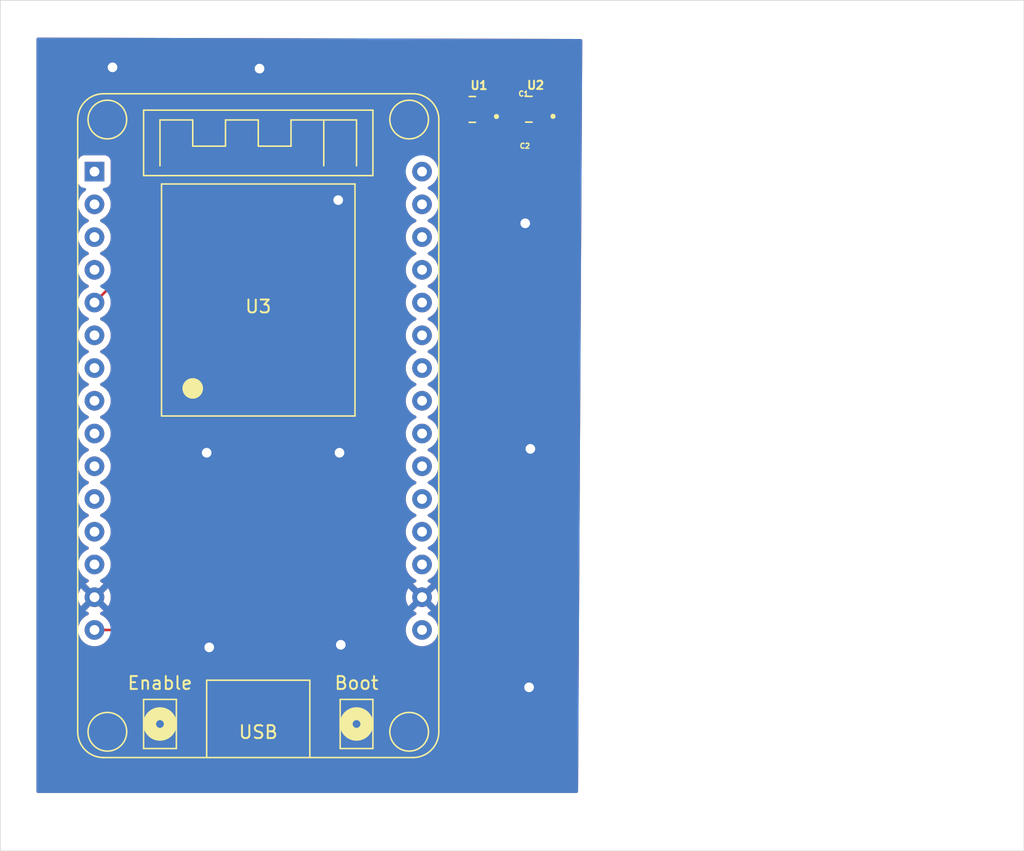
<source format=kicad_pcb>
(kicad_pcb (version 20241229) (generator "pcbnew") (generator_version "9.0")
  (layers (0 "F.Cu" signal) (2 "B.Cu" signal) (13 "F.Paste" user) (15 "B.Paste" user) (5 "F.SilkS" user "F.Silkscreen") (7 "B.SilkS" user "B.Silkscreen") (1 "F.Mask" user) (3 "B.Mask" user) (25 "Edge.Cuts" user))
  (net 0 "")
  (net 1 "Net-(U1-VDD)")
  (net 2 "GND")
  (net 3 "Net-(U1-DI)")
  (net 4 "Net-(U1-DO)")
  (footprint "esp32_kicad_mod:esp32_devkit_v1_doit" (layer "F.Cu") (at 167.5 66.29)
    (property "Reference" "U3" (at 0 10.47 0) (layer "F.SilkS"))
    (property "Value" "ESP32_DevKit_V1_DOIT")
    (fp_line (start -14 -4.04) (end -14 43.46) (stroke (width 0.12)) (layer "F.SilkS"))
    (fp_line (start -12 -6.04) (end 12 -6.04) (stroke (width 0.12)) (layer "F.SilkS"))
    (fp_line (start -12 45.46) (end 12 45.46) (stroke (width 0.12)) (layer "F.SilkS"))
    (fp_line (start -8.89 -4.77) (end 8.89 -4.77) (stroke (width 0.12)) (layer "F.SilkS"))
    (fp_line (start -8.89 0.31) (end -8.89 -4.77) (stroke (width 0.12)) (layer "F.SilkS"))
    (fp_line (start -8.89 40.95) (end -6.35 40.95) (stroke (width 0.12)) (layer "F.SilkS"))
    (fp_line (start -8.89 44.76) (end -8.89 40.95) (stroke (width 0.12)) (layer "F.SilkS"))
    (fp_line (start -7.62 -4.008) (end -5.08 -4.008) (stroke (width 0.12)) (layer "F.SilkS"))
    (fp_line (start -7.62 -0.452) (end -7.62 -4.008) (stroke (width 0.12)) (layer "F.SilkS"))
    (fp_line (start -7.5 0.96) (end 7.5 0.96) (stroke (width 0.12)) (layer "F.SilkS"))
    (fp_line (start -7.5 18.96) (end -7.5 0.96) (stroke (width 0.12)) (layer "F.SilkS"))
    (fp_line (start -6.35 40.95) (end -6.35 44.76) (stroke (width 0.12)) (layer "F.SilkS"))
    (fp_line (start -6.35 44.76) (end -8.89 44.76) (stroke (width 0.12)) (layer "F.SilkS"))
    (fp_line (start -5.08 -4.008) (end -5.08 -1.976) (stroke (width 0.12)) (layer "F.SilkS"))
    (fp_line (start -5.08 -1.976) (end -2.54 -1.976) (stroke (width 0.12)) (layer "F.SilkS"))
    (fp_line (start -4 39.46) (end -4 45.46) (stroke (width 0.12)) (layer "F.SilkS"))
    (fp_line (start -4 39.46) (end 4 39.46) (stroke (width 0.12)) (layer "F.SilkS"))
    (fp_line (start -2.54 -4.008) (end 0 -4.008) (stroke (width 0.12)) (layer "F.SilkS"))
    (fp_line (start -2.54 -1.976) (end -2.54 -4.008) (stroke (width 0.12)) (layer "F.SilkS"))
    (fp_line (start 0 -4.008) (end 0 -1.976) (stroke (width 0.12)) (layer "F.SilkS"))
    (fp_line (start 0 -1.976) (end 2.54 -1.976) (stroke (width 0.12)) (layer "F.SilkS"))
    (fp_line (start 2.54 -4.008) (end 7.62 -4.008) (stroke (width 0.12)) (layer "F.SilkS"))
    (fp_line (start 2.54 -1.976) (end 2.54 -4.008) (stroke (width 0.12)) (layer "F.SilkS"))
    (fp_line (start 4 39.46) (end 4 45.46) (stroke (width 0.12)) (layer "F.SilkS"))
    (fp_line (start 5.08 -4.008) (end 5.08 -0.452) (stroke (width 0.12)) (layer "F.SilkS"))
    (fp_line (start 6.35 40.95) (end 8.89 40.95) (stroke (width 0.12)) (layer "F.SilkS"))
    (fp_line (start 6.35 44.76) (end 6.35 40.95) (stroke (width 0.12)) (layer "F.SilkS"))
    (fp_line (start 7.5 0.96) (end 7.5 18.96) (stroke (width 0.12)) (layer "F.SilkS"))
    (fp_line (start 7.5 18.96) (end -7.5 18.96) (stroke (width 0.12)) (layer "F.SilkS"))
    (fp_line (start 7.62 -4.008) (end 7.62 -0.452) (stroke (width 0.12)) (layer "F.SilkS"))
    (fp_line (start 8.89 -4.77) (end 8.89 0.31) (stroke (width 0.12)) (layer "F.SilkS"))
    (fp_line (start 8.89 0.31) (end -8.89 0.31) (stroke (width 0.12)) (layer "F.SilkS"))
    (fp_line (start 8.89 40.95) (end 8.89 44.76) (stroke (width 0.12)) (layer "F.SilkS"))
    (fp_line (start 8.89 44.76) (end 6.35 44.76) (stroke (width 0.12)) (layer "F.SilkS"))
    (fp_line (start 14 43.46) (end 14 -4.04) (stroke (width 0.12)) (layer "F.SilkS"))
    (fp_arc (start -14 -4.04) (mid -13.414214 -5.454214) (end -12 -6.04) (stroke (width 0.12)) (layer "F.SilkS"))
    (fp_arc (start -12 45.46) (mid -13.414214 44.874214) (end -14 43.46) (stroke (width 0.12)) (layer "F.SilkS"))
    (fp_arc (start 12 -6.04) (mid 13.414214 -5.454214) (end 14 -4.04) (stroke (width 0.12)) (layer "F.SilkS"))
    (fp_arc (start 14 43.46) (mid 13.414214 44.874214) (end 12 45.46) (stroke (width 0.12)) (layer "F.SilkS"))
    (fp_circle (center -11.7 -4.04) (end -10.2 -4.04) (stroke (width 0.12)) (fill no) (layer "F.SilkS"))
    (fp_circle (center -11.7 43.46) (end -10.2 43.46) (stroke (width 0.12)) (fill no) (layer "F.SilkS"))
    (fp_circle (center -7.62 42.855) (end -7.32 42.855) (stroke (width 1)) (fill no) (layer "F.SilkS"))
    (fp_circle (center -5.08 16.82) (end -4.68 16.82) (stroke (width 0.8)) (fill no) (layer "F.SilkS"))
    (fp_circle (center 7.62 42.855) (end 7.92 42.855) (stroke (width 1)) (fill no) (layer "F.SilkS"))
    (fp_circle (center 11.7 -4.04) (end 13.2 -4.04) (stroke (width 0.12)) (fill no) (layer "F.SilkS"))
    (fp_circle (center 11.7 43.46) (end 13.2 43.46) (stroke (width 0.12)) (fill no) (layer "F.SilkS"))
    (fp_text user "Enable" (at -7.62 39.68 0) (layer "F.SilkS"))
    (fp_text user "USB" (at 0 43.49 0) (layer "F.SilkS"))
    (fp_text user "Boot" (at 7.62 39.68 0) (layer "F.SilkS"))
    (pad "1" thru_hole rect (at -12.7 0) (size 1.524 1.524) (drill 0.762) (layers "*.Cu" "*.Mask"))
    (pad "2" thru_hole circle (at -12.7 2.54) (size 1.524 1.524) (drill 0.762) (layers "*.Cu" "*.Mask"))
    (pad "3" thru_hole circle (at -12.7 5.08) (size 1.524 1.524) (drill 0.762) (layers "*.Cu" "*.Mask"))
    (pad "4" thru_hole circle (at -12.7 7.62) (size 1.524 1.524) (drill 0.762) (layers "*.Cu" "*.Mask"))
    (pad "5" thru_hole circle (at -12.7 10.16) (size 1.524 1.524) (drill 0.762) (layers "*.Cu" "*.Mask") (net 3 "Net-(U1-DI)"))
    (pad "6" thru_hole circle (at -12.7 12.7) (size 1.524 1.524) (drill 0.762) (layers "*.Cu" "*.Mask"))
    (pad "7" thru_hole circle (at -12.7 15.24) (size 1.524 1.524) (drill 0.762) (layers "*.Cu" "*.Mask"))
    (pad "8" thru_hole circle (at -12.7 17.78) (size 1.524 1.524) (drill 0.762) (layers "*.Cu" "*.Mask"))
    (pad "9" thru_hole circle (at -12.7 20.32) (size 1.524 1.524) (drill 0.762) (layers "*.Cu" "*.Mask"))
    (pad "10" thru_hole circle (at -12.7 22.86) (size 1.524 1.524) (drill 0.762) (layers "*.Cu" "*.Mask"))
    (pad "11" thru_hole circle (at -12.7 25.4) (size 1.524 1.524) (drill 0.762) (layers "*.Cu" "*.Mask"))
    (pad "12" thru_hole circle (at -12.7 27.94) (size 1.524 1.524) (drill 0.762) (layers "*.Cu" "*.Mask"))
    (pad "13" thru_hole circle (at -12.7 30.48) (size 1.524 1.524) (drill 0.762) (layers "*.Cu" "*.Mask"))
    (pad "14" thru_hole circle (at -12.7 33.02) (size 1.524 1.524) (drill 0.762) (layers "*.Cu" "*.Mask") (net 2 "GND"))
    (pad "15" thru_hole circle (at -12.7 35.56) (size 1.524 1.524) (drill 0.762) (layers "*.Cu" "*.Mask") (net 1 "Net-(U1-VDD)"))
    (pad "16" thru_hole circle (at 12.7 35.56) (size 1.524 1.524) (drill 0.762) (layers "*.Cu" "*.Mask"))
    (pad "17" thru_hole circle (at 12.7 33.02) (size 1.524 1.524) (drill 0.762) (layers "*.Cu" "*.Mask") (net 2 "GND"))
    (pad "18" thru_hole circle (at 12.7 30.48) (size 1.524 1.524) (drill 0.762) (layers "*.Cu" "*.Mask"))
    (pad "19" thru_hole circle (at 12.7 27.94) (size 1.524 1.524) (drill 0.762) (layers "*.Cu" "*.Mask"))
    (pad "20" thru_hole circle (at 12.7 25.4) (size 1.524 1.524) (drill 0.762) (layers "*.Cu" "*.Mask"))
    (pad "21" thru_hole circle (at 12.7 22.86) (size 1.524 1.524) (drill 0.762) (layers "*.Cu" "*.Mask"))
    (pad "22" thru_hole circle (at 12.7 20.32) (size 1.524 1.524) (drill 0.762) (layers "*.Cu" "*.Mask"))
    (pad "23" thru_hole circle (at 12.7 17.78) (size 1.524 1.524) (drill 0.762) (layers "*.Cu" "*.Mask"))
    (pad "24" thru_hole circle (at 12.7 15.24) (size 1.524 1.524) (drill 0.762) (layers "*.Cu" "*.Mask"))
    (pad "25" thru_hole circle (at 12.7 12.7) (size 1.524 1.524) (drill 0.762) (layers "*.Cu" "*.Mask"))
    (pad "26" thru_hole circle (at 12.7 10.16) (size 1.524 1.524) (drill 0.762) (layers "*.Cu" "*.Mask"))
    (pad "27" thru_hole circle (at 12.7 7.62) (size 1.524 1.524) (drill 0.762) (layers "*.Cu" "*.Mask"))
    (pad "28" thru_hole circle (at 12.7 5.08) (size 1.524 1.524) (drill 0.762) (layers "*.Cu" "*.Mask"))
    (pad "29" thru_hole circle (at 12.7 2.54) (size 1.524 1.524) (drill 0.762) (layers "*.Cu" "*.Mask"))
    (pad "30" thru_hole circle (at 12.7 0) (size 1.524 1.524) (drill 0.762) (layers "*.Cu" "*.Mask"))
  )
  (footprint "0402YA470JAT2A:CAPC1005X56N" (layer "F.Cu") (at 188.465 63.4 180)
    (property "Reference" "C2" (at 0.29 -0.9 0) (layer "F.SilkS") (effects (font (size 0.393701 0.393701))))
    (property "Value" "0402YA470JAT2A")
    (pad "1" smd rect (at -0.42 0 180) (size 0.59 0.63) (layers "F.Cu" "F.Mask" "F.Paste") (net 2 "GND"))
    (pad "2" smd rect (at 0.42 0 180) (size 0.59 0.63) (layers "F.Cu" "F.Mask" "F.Paste") (net 1 "Net-(U1-VDD)"))
  )
  (footprint "0402YA470JAT2A:CAPC1005X56N" (layer "F.Cu") (at 183.98 63.4 180)
    (property "Reference" "C1" (at -4.095 3.15 0) (layer "F.SilkS") (effects (font (size 0.393701 0.393701))))
    (property "Value" "0402YA470JAT2A")
    (pad "1" smd rect (at -0.42 0 180) (size 0.59 0.63) (layers "F.Cu" "F.Mask" "F.Paste") (net 2 "GND"))
    (pad "2" smd rect (at 0.42 0 180) (size 0.59 0.63) (layers "F.Cu" "F.Mask" "F.Paste") (net 1 "Net-(U1-VDD)"))
  )
  (footprint "WS2812-2020:LED_WS2812-2020" (layer "F.Cu") (at 188.485 61.45)
    (property "Reference" "U2" (at 0.517 -1.86247 0) (layer "F.SilkS") (effects (font (size 0.64 0.64))))
    (property "Value" "WS2812-2020")
    (fp_line (start 0.245 -1) (end -0.245 -1) (stroke (width 0.127)) (layer "F.SilkS"))
    (fp_line (start 0.245 1) (end -0.245 1) (stroke (width 0.127)) (layer "F.SilkS"))
    (fp_circle (center 1.87 0.55) (end 1.97 0.55) (stroke (width 0.2)) (fill no) (layer "F.SilkS"))
    (pad "1" smd rect (at 0.915 0.55) (size 0.7 0.7) (layers "F.Cu" "F.Mask" "F.Paste"))
    (pad "2" smd rect (at 0.915 -0.55) (size 0.7 0.7) (layers "F.Cu" "F.Mask" "F.Paste") (net 2 "GND"))
    (pad "3" smd rect (at -0.915 -0.55) (size 0.7 0.7) (layers "F.Cu" "F.Mask" "F.Paste") (net 4 "Net-(U1-DO)"))
    (pad "4" smd rect (at -0.915 0.55) (size 0.7 0.7) (layers "F.Cu" "F.Mask" "F.Paste") (net 1 "Net-(U1-VDD)"))
  )
  (footprint "WS2812-2020:LED_WS2812-2020" (layer "F.Cu") (at 184.1 61.465)
    (property "Reference" "U1" (at 0.517 -1.86247 0) (layer "F.SilkS") (effects (font (size 0.64 0.64))))
    (property "Value" "WS2812-2020")
    (fp_line (start 0.245 -1) (end -0.245 -1) (stroke (width 0.127)) (layer "F.SilkS"))
    (fp_line (start 0.245 1) (end -0.245 1) (stroke (width 0.127)) (layer "F.SilkS"))
    (fp_circle (center 1.87 0.55) (end 1.97 0.55) (stroke (width 0.2)) (fill no) (layer "F.SilkS"))
    (pad "1" smd rect (at 0.915 0.55) (size 0.7 0.7) (layers "F.Cu" "F.Mask" "F.Paste") (net 4 "Net-(U1-DO)"))
    (pad "2" smd rect (at 0.915 -0.55) (size 0.7 0.7) (layers "F.Cu" "F.Mask" "F.Paste") (net 2 "GND"))
    (pad "3" smd rect (at -0.915 -0.55) (size 0.7 0.7) (layers "F.Cu" "F.Mask" "F.Paste") (net 3 "Net-(U1-DI)"))
    (pad "4" smd rect (at -0.915 0.55) (size 0.7 0.7) (layers "F.Cu" "F.Mask" "F.Paste") (net 1 "Net-(U1-VDD)"))
  )
  (gr_rect (start 147.5 53) (end 226.875 119) (stroke (width 0.05)) (fill no) (layer "Edge.Cuts"))
  (segment (start 185.6 64.2) (end 184 64.2) (width 0.2) (layer "F.Cu") (net 1))
  (segment (start 187.245 64.2) (end 185.6 64.2) (width 0.2) (layer "F.Cu") (net 1))
  (segment (start 183.845 64.2) (end 183.56 63.915) (width 0.2) (layer "F.Cu") (net 1))
  (segment (start 184 64.2) (end 180.1 64.2) (width 0.2) (layer "F.Cu") (net 1))
  (segment (start 176.3 82.9) (end 157.35 101.85) (width 0.2) (layer "F.Cu") (net 1))
  (segment (start 183.56 63.915) (end 183.56 63.4) (width 0.2) (layer "F.Cu") (net 1))
  (segment (start 188.045 62.475) (end 187.57 62) (width 0.2) (layer "F.Cu") (net 1))
  (segment (start 176.3 68) (end 176.3 82.9) (width 0.2) (layer "F.Cu") (net 1))
  (segment (start 180.1 64.2) (end 176.3 68) (width 0.2) (layer "F.Cu") (net 1))
  (segment (start 188.045 63.4) (end 188.045 62.475) (width 0.2) (layer "F.Cu") (net 1))
  (segment (start 183.58 63.5) (end 183.58 62.41) (width 0.2) (layer "F.Cu") (net 1))
  (segment (start 188.045 63.4) (end 187.245 64.2) (width 0.2) (layer "F.Cu") (net 1))
  (segment (start 183.58 62.41) (end 183.185 62.015) (width 0.2) (layer "F.Cu") (net 1))
  (segment (start 184 64.2) (end 183.845 64.2) (width 0.2) (layer "F.Cu") (net 1))
  (segment (start 157.35 101.85) (end 154.8 101.85) (width 0.2) (layer "F.Cu") (net 1))
  (segment (start 184.176 62.884) (end 184.1 62.884) (width 0.2) (layer "F.Cu") (net 2))
  (segment (start 184.42 63.5) (end 184.176 63.256) (width 0.2) (layer "F.Cu") (net 2))
  (segment (start 184.176 63.256) (end 184.176 62.884) (width 0.2) (layer "F.Cu") (net 2))
  (segment (start 188.885 63.4) (end 188.641 63.156) (width 0.2) (layer "F.Cu") (net 2))
  (segment (start 188.641 62.784) (end 188.6 62.784) (width 0.2) (layer "F.Cu") (net 2))
  (segment (start 184.465 60.915) (end 185.015 60.915) (width 0.2) (layer "F.Cu") (net 2))
  (segment (start 184.1 61.28) (end 184.465 60.915) (width 0.2) (layer "F.Cu") (net 2))
  (segment (start 188.6 62.784) (end 188.6 61.2) (width 0.2) (layer "F.Cu") (net 2))
  (segment (start 184.1 62.884) (end 184.1 61.28) (width 0.2) (layer "F.Cu") (net 2))
  (segment (start 188.9 60.9) (end 189.4 60.9) (width 0.2) (layer "F.Cu") (net 2))
  (segment (start 188.641 63.156) (end 188.641 62.784) (width 0.2) (layer "F.Cu") (net 2))
  (segment (start 188.6 61.2) (end 188.9 60.9) (width 0.2) (layer "F.Cu") (net 2))
  (via (at 167.6 58.3) (size 1.5) (drill 0.75) (layers "F.Cu" "B.Cu") (net 2))
  (via (at 188.5 106.3) (size 1.5) (drill 0.75) (layers "F.Cu" "B.Cu") (net 2))
  (via (at 188.2 70.3) (size 1.5) (drill 0.75) (layers "F.Cu" "B.Cu") (net 2))
  (via (at 173.8 88.1) (size 1.5) (drill 0.75) (layers "F.Cu" "B.Cu") (net 2))
  (via (at 173.9 103) (size 1.5) (drill 0.75) (layers "F.Cu" "B.Cu") (net 2))
  (via (at 163.5 88.1) (size 1.5) (drill 0.75) (layers "F.Cu" "B.Cu") (net 2))
  (via (at 188.6 87.8) (size 1.5) (drill 0.75) (layers "F.Cu" "B.Cu") (net 2))
  (via (at 156.2 58.2) (size 1.5) (drill 0.75) (layers "F.Cu" "B.Cu") (net 2))
  (via (at 173.7 68.5) (size 1.5) (drill 0.75) (layers "F.Cu" "B.Cu") (net 2))
  (via (at 163.7 103.2) (size 1.5) (drill 0.75) (layers "F.Cu" "B.Cu") (net 2))
  (segment (start 171.65 59.6) (end 181.87 59.6) (width 0.2) (layer "F.Cu") (net 3))
  (segment (start 181.87 59.6) (end 183.185 60.915) (width 0.2) (layer "F.Cu") (net 3))
  (segment (start 154.8 76.45) (end 171.65 59.6) (width 0.2) (layer "F.Cu") (net 3))
  (segment (start 187.368 60.9) (end 187.57 60.9) (width 0.2) (layer "F.Cu") (net 4))
  (segment (start 185.015 62.015) (end 186.253 62.015) (width 0.2) (layer "F.Cu") (net 4))
  (segment (start 186.253 62.015) (end 187.368 60.9) (width 0.2) (layer "F.Cu") (net 4))
  (zone (net 2) (net_name "GND") (layers "F.Cu" "B.Cu") (connect_pads (clearance 0.5)) (min_thickness 0.25) (fill yes (thermal_gap 0.5) (thermal_bridge_width 0.5))
    (polygon (pts (xy 150.3 55.894202) (xy 150.3 114.5) (xy 192.296081 114.5) (xy 192.623502 56.000811)))
  )
)
</source>
